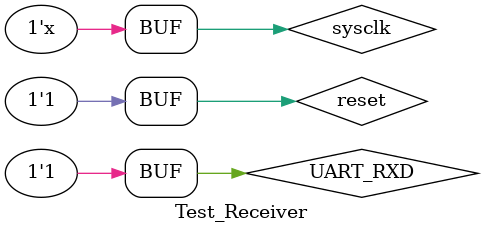
<source format=v>
`timescale 1ns / 1ps
module Test_Receiver;
reg UART_RXD;
wire gclk;
reg reset;
reg sysclk;
wire RX_STATUS;
wire[7:0]RX_DATA;
wire[31:0]count;
wire start;
initial
begin
	reset=0;
	#10 reset=1;
	sysclk=0;
	UART_RXD=1;
end

always
begin
	#1 sysclk=~sysclk;
end

initial repeat(10)
begin
	#20833 UART_RXD=~UART_RXD;
end
UART_generator x1(gclk,sysclk,reset);
UART_Receiver x2(count,start,RX_STATUS,RX_DATA,sysclk,gclk,UART_RXD,reset);
endmodule
</source>
